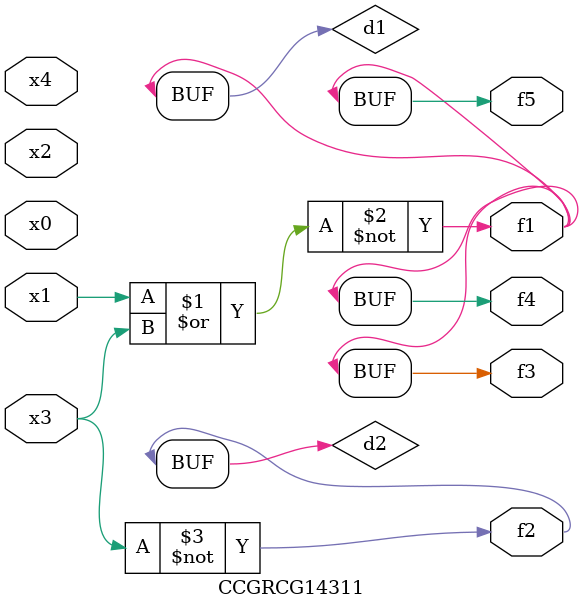
<source format=v>
module CCGRCG14311(
	input x0, x1, x2, x3, x4,
	output f1, f2, f3, f4, f5
);

	wire d1, d2;

	nor (d1, x1, x3);
	not (d2, x3);
	assign f1 = d1;
	assign f2 = d2;
	assign f3 = d1;
	assign f4 = d1;
	assign f5 = d1;
endmodule

</source>
